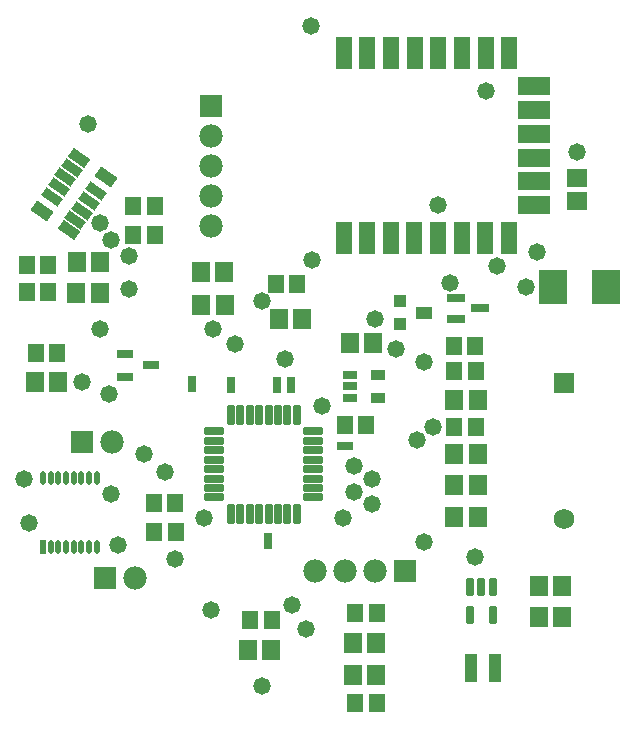
<source format=gts>
G04 Layer_Color=8388736*
%FSLAX25Y25*%
%MOIN*%
G70*
G01*
G75*
%ADD48R,0.05524X0.06312*%
%ADD49R,0.06312X0.06706*%
%ADD50R,0.06000X0.03000*%
G04:AMPARAMS|DCode=51|XSize=68.5mil|YSize=26.77mil|CornerRadius=4.92mil|HoleSize=0mil|Usage=FLASHONLY|Rotation=180.000|XOffset=0mil|YOffset=0mil|HoleType=Round|Shape=RoundedRectangle|*
%AMROUNDEDRECTD51*
21,1,0.06850,0.01693,0,0,180.0*
21,1,0.05866,0.02677,0,0,180.0*
1,1,0.00984,-0.02933,0.00846*
1,1,0.00984,0.02933,0.00846*
1,1,0.00984,0.02933,-0.00846*
1,1,0.00984,-0.02933,-0.00846*
%
%ADD51ROUNDEDRECTD51*%
G04:AMPARAMS|DCode=52|XSize=68.5mil|YSize=26.77mil|CornerRadius=4.92mil|HoleSize=0mil|Usage=FLASHONLY|Rotation=90.000|XOffset=0mil|YOffset=0mil|HoleType=Round|Shape=RoundedRectangle|*
%AMROUNDEDRECTD52*
21,1,0.06850,0.01693,0,0,90.0*
21,1,0.05866,0.02677,0,0,90.0*
1,1,0.00984,0.00846,0.02933*
1,1,0.00984,0.00846,-0.02933*
1,1,0.00984,-0.00846,-0.02933*
1,1,0.00984,-0.00846,0.02933*
%
%ADD52ROUNDEDRECTD52*%
%ADD53R,0.04737X0.03162*%
%ADD54R,0.04737X0.03556*%
%ADD55R,0.05328X0.03162*%
%ADD56R,0.02178X0.04737*%
%ADD57O,0.02008X0.04567*%
%ADD58R,0.05800X0.04400*%
%ADD59R,0.04400X0.04400*%
G04:AMPARAMS|DCode=60|XSize=35.56mil|YSize=67.06mil|CornerRadius=0mil|HoleSize=0mil|Usage=FLASHONLY|Rotation=55.000|XOffset=0mil|YOffset=0mil|HoleType=Round|Shape=Rectangle|*
%AMROTATEDRECTD60*
4,1,4,0.01727,-0.03379,-0.03766,0.00467,-0.01727,0.03379,0.03766,-0.00467,0.01727,-0.03379,0.0*
%
%ADD60ROTATEDRECTD60*%

G04:AMPARAMS|DCode=61|XSize=31.62mil|YSize=67.06mil|CornerRadius=0mil|HoleSize=0mil|Usage=FLASHONLY|Rotation=55.000|XOffset=0mil|YOffset=0mil|HoleType=Round|Shape=Rectangle|*
%AMROTATEDRECTD61*
4,1,4,0.01839,-0.03218,-0.03653,0.00628,-0.01839,0.03218,0.03653,-0.00628,0.01839,-0.03218,0.0*
%
%ADD61ROTATEDRECTD61*%

G04:AMPARAMS|DCode=62|XSize=39.5mil|YSize=67.06mil|CornerRadius=0mil|HoleSize=0mil|Usage=FLASHONLY|Rotation=55.000|XOffset=0mil|YOffset=0mil|HoleType=Round|Shape=Rectangle|*
%AMROTATEDRECTD62*
4,1,4,0.01614,-0.03541,-0.03879,0.00305,-0.01614,0.03541,0.03879,-0.00305,0.01614,-0.03541,0.0*
%
%ADD62ROTATEDRECTD62*%

%ADD63R,0.09300X0.11599*%
%ADD64R,0.03950X0.09461*%
%ADD65R,0.06706X0.06312*%
G04:AMPARAMS|DCode=66|XSize=56.82mil|YSize=29.65mil|CornerRadius=5.52mil|HoleSize=0mil|Usage=FLASHONLY|Rotation=270.000|XOffset=0mil|YOffset=0mil|HoleType=Round|Shape=RoundedRectangle|*
%AMROUNDEDRECTD66*
21,1,0.05682,0.01862,0,0,270.0*
21,1,0.04579,0.02965,0,0,270.0*
1,1,0.01103,-0.00931,-0.02289*
1,1,0.01103,-0.00931,0.02289*
1,1,0.01103,0.00931,0.02289*
1,1,0.01103,0.00931,-0.02289*
%
%ADD66ROUNDEDRECTD66*%
%ADD67R,0.03162X0.05328*%
%ADD68R,0.05300X0.10800*%
%ADD69R,0.10800X0.06300*%
%ADD70C,0.07800*%
%ADD71R,0.07800X0.07800*%
%ADD72R,0.07800X0.07800*%
%ADD73C,0.06800*%
%ADD74R,0.06800X0.06800*%
%ADD75C,0.05800*%
D48*
X167087Y104000D02*
D03*
X160000D02*
D03*
Y122500D02*
D03*
X167087D02*
D03*
X107543Y151500D02*
D03*
X100457D02*
D03*
X53000Y177500D02*
D03*
X60087D02*
D03*
X17413Y149000D02*
D03*
X24500D02*
D03*
X53000Y168000D02*
D03*
X60087D02*
D03*
X17500Y158000D02*
D03*
X24587D02*
D03*
X27543Y128500D02*
D03*
X20457D02*
D03*
X67043Y78500D02*
D03*
X59957D02*
D03*
X67087Y69000D02*
D03*
X60000D02*
D03*
X99087Y39500D02*
D03*
X92000D02*
D03*
X127057Y11900D02*
D03*
X134143D02*
D03*
X127013Y41900D02*
D03*
X134100D02*
D03*
X167043Y131000D02*
D03*
X159957D02*
D03*
X130500Y104500D02*
D03*
X123413D02*
D03*
D49*
X160000Y113000D02*
D03*
X167874D02*
D03*
X125126Y132000D02*
D03*
X133000D02*
D03*
X75626Y144500D02*
D03*
X83500D02*
D03*
X34126Y159000D02*
D03*
X42000D02*
D03*
X75500Y155500D02*
D03*
X83374D02*
D03*
X34000Y148500D02*
D03*
X41874D02*
D03*
X109374Y140000D02*
D03*
X101500D02*
D03*
X20126Y119000D02*
D03*
X28000D02*
D03*
X99000Y29500D02*
D03*
X91126D02*
D03*
X160000Y84500D02*
D03*
X167874D02*
D03*
X160000Y74000D02*
D03*
X167874D02*
D03*
X126163Y21400D02*
D03*
X134037D02*
D03*
X126100Y31900D02*
D03*
X133974D02*
D03*
X188126Y51000D02*
D03*
X196000D02*
D03*
X188063Y40500D02*
D03*
X195937D02*
D03*
X167874Y95000D02*
D03*
X160000D02*
D03*
D50*
X160500Y147100D02*
D03*
Y139900D02*
D03*
X168500Y143500D02*
D03*
D51*
X112957Y102524D02*
D03*
Y99374D02*
D03*
Y96224D02*
D03*
Y93075D02*
D03*
Y89925D02*
D03*
Y86776D02*
D03*
Y83626D02*
D03*
Y80476D02*
D03*
X80043D02*
D03*
Y83626D02*
D03*
Y86776D02*
D03*
Y89925D02*
D03*
Y93075D02*
D03*
Y96224D02*
D03*
Y99374D02*
D03*
Y102524D02*
D03*
D52*
X107524Y75043D02*
D03*
X104374D02*
D03*
X101224D02*
D03*
X98075D02*
D03*
X94925D02*
D03*
X91776D02*
D03*
X88626D02*
D03*
X85476D02*
D03*
Y107957D02*
D03*
X88626D02*
D03*
X91776D02*
D03*
X94925D02*
D03*
X98075D02*
D03*
X101224D02*
D03*
X104374D02*
D03*
X107524D02*
D03*
D53*
X125276Y117500D02*
D03*
Y113760D02*
D03*
Y121240D02*
D03*
D54*
X134724D02*
D03*
Y113760D02*
D03*
D55*
X58929Y124500D02*
D03*
X50071Y120760D02*
D03*
Y128240D02*
D03*
X123500Y97500D02*
D03*
D56*
X22882Y64000D02*
D03*
D57*
X25441D02*
D03*
X28000D02*
D03*
X30559D02*
D03*
X33118D02*
D03*
X35677D02*
D03*
X38236D02*
D03*
X40795D02*
D03*
X22882Y86835D02*
D03*
X25441D02*
D03*
X28000D02*
D03*
X30559D02*
D03*
X33118D02*
D03*
X35677D02*
D03*
X38236D02*
D03*
X40795D02*
D03*
D58*
X150000Y142000D02*
D03*
D59*
X142000Y138300D02*
D03*
X142000Y145800D02*
D03*
D60*
X31467Y169600D02*
D03*
X34857Y193660D02*
D03*
D61*
X33726Y172825D02*
D03*
X35984Y176050D02*
D03*
X38242Y179275D02*
D03*
X40500Y182500D02*
D03*
X25824Y180760D02*
D03*
X28083Y183985D02*
D03*
X30341Y187210D02*
D03*
X32599Y190435D02*
D03*
D62*
X43887Y187338D02*
D03*
X22437Y175923D02*
D03*
D63*
X210402Y150500D02*
D03*
X193000D02*
D03*
D64*
X173437Y23500D02*
D03*
X165563D02*
D03*
D65*
X201000Y179126D02*
D03*
Y187000D02*
D03*
D66*
X172740Y50665D02*
D03*
X169000D02*
D03*
X165260D02*
D03*
Y41335D02*
D03*
X172740D02*
D03*
D67*
X105500Y118000D02*
D03*
X101000D02*
D03*
X72500Y118400D02*
D03*
X85500Y118000D02*
D03*
X98000Y66000D02*
D03*
D68*
X131000Y228500D02*
D03*
X123200D02*
D03*
Y167100D02*
D03*
X131000D02*
D03*
X138900D02*
D03*
X146700D02*
D03*
X154700D02*
D03*
X162500D02*
D03*
X178200D02*
D03*
X170300D02*
D03*
X139000Y228500D02*
D03*
X146800D02*
D03*
X154700D02*
D03*
X162600Y228600D02*
D03*
X170400D02*
D03*
X178300D02*
D03*
D69*
X186400Y178100D02*
D03*
Y185900D02*
D03*
Y193700D02*
D03*
Y201700D02*
D03*
Y209500D02*
D03*
Y217500D02*
D03*
D70*
X113500Y56000D02*
D03*
X133500Y56000D02*
D03*
X123500Y56000D02*
D03*
X46000Y99000D02*
D03*
X53500Y53500D02*
D03*
X78900Y171000D02*
D03*
X78900Y181000D02*
D03*
X78900Y201000D02*
D03*
X78900Y191000D02*
D03*
D71*
X143500Y56000D02*
D03*
X36000Y99000D02*
D03*
X43500Y53500D02*
D03*
D72*
X78900Y211000D02*
D03*
D73*
X196500Y73224D02*
D03*
D74*
Y118500D02*
D03*
D75*
X18100Y72000D02*
D03*
X154700Y178100D02*
D03*
X187500Y162400D02*
D03*
X132600Y86600D02*
D03*
X132400Y78400D02*
D03*
X126600Y82300D02*
D03*
X56600Y95000D02*
D03*
X78800Y43000D02*
D03*
X45400Y166300D02*
D03*
X42000Y172000D02*
D03*
X51500Y150000D02*
D03*
X96000Y146000D02*
D03*
X51500Y161000D02*
D03*
X167000Y60500D02*
D03*
X110700Y36500D02*
D03*
X147500Y99500D02*
D03*
X79500Y136500D02*
D03*
X38000Y205000D02*
D03*
X45000Y115000D02*
D03*
X36000Y119000D02*
D03*
X48000Y64500D02*
D03*
X87000Y131500D02*
D03*
X116000Y111000D02*
D03*
X67000Y60000D02*
D03*
X63500Y89000D02*
D03*
X45500Y81500D02*
D03*
X16500Y86500D02*
D03*
X153000Y104000D02*
D03*
X150000Y125500D02*
D03*
X133500Y140000D02*
D03*
X184000Y150500D02*
D03*
X140500Y130000D02*
D03*
X106000Y44500D02*
D03*
X112500Y159500D02*
D03*
X42000Y136500D02*
D03*
X150000Y65500D02*
D03*
X76500Y73500D02*
D03*
X103500Y126500D02*
D03*
X96000Y17500D02*
D03*
X123000Y73500D02*
D03*
X201000Y195500D02*
D03*
X170400Y216100D02*
D03*
X126600Y90900D02*
D03*
X158500Y152000D02*
D03*
X174100Y157700D02*
D03*
X112100Y237500D02*
D03*
M02*

</source>
